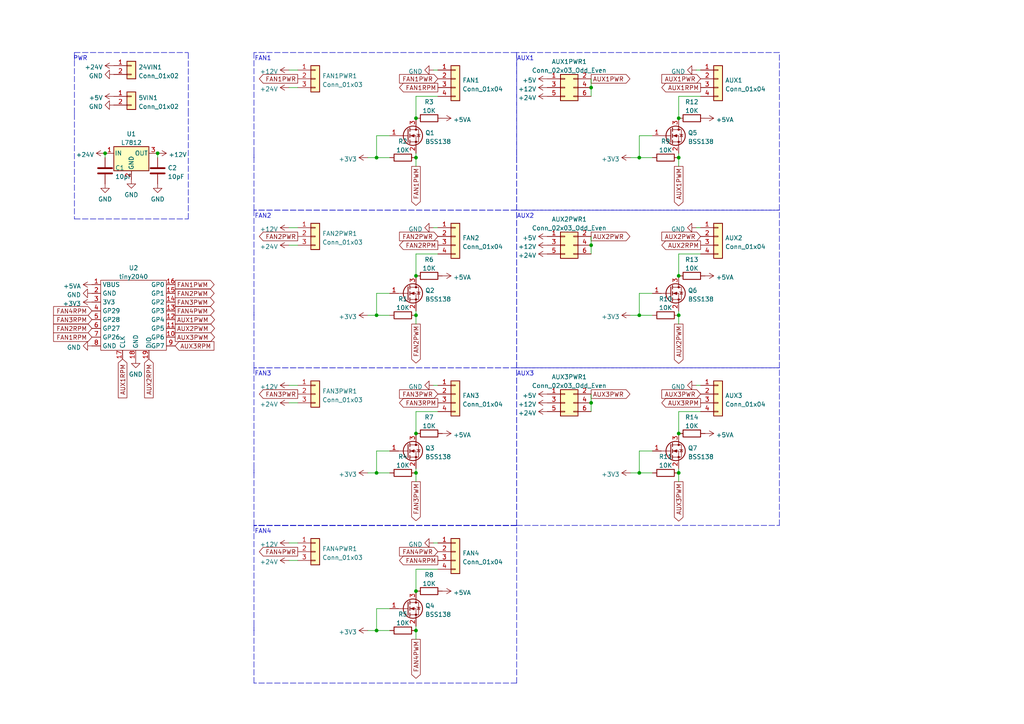
<source format=kicad_sch>
(kicad_sch (version 20211123) (generator eeschema)
  (paper "A4")
  (lib_symbols
    (symbol "Connector_Generic:Conn_01x02" (pin_names (offset 1.016) hide)
      (property "Reference" "J" (at 0 2.54 0))
      (property "Value" "Conn_01x02" (at 0 -5.08 0))
      (symbol "Conn_01x02_1_1"
        (rectangle (start -1.27 -2.413) (end 0 -2.667) (stroke (width 0.1524)))
        (rectangle (start -1.27 0.127) (end 0 -0.127) (stroke (width 0.1524)))
        (rectangle (start -1.27 1.27) (end 1.27 -3.81) (stroke (width 0.254)) (fill (type background)))
        (pin passive line (at -5.08 0 0) (length 3.81) (name "Pin_1") (number "1"))
        (pin passive line (at -5.08 -2.54 0) (length 3.81) (name "Pin_2") (number "2"))
      )
    )
    (symbol "Connector_Generic:Conn_01x03" (pin_names (offset 1.016) hide)
      (property "Reference" "J" (at 0 5.08 0))
      (property "Value" "Conn_01x03" (at 0 -5.08 0))
      (symbol "Conn_01x03_1_1"
        (rectangle (start -1.27 -2.413) (end 0 -2.667) (stroke (width 0.1524)))
        (rectangle (start -1.27 0.127) (end 0 -0.127) (stroke (width 0.1524)))
        (rectangle (start -1.27 2.667) (end 0 2.413) (stroke (width 0.1524)))
        (rectangle (start -1.27 3.81) (end 1.27 -3.81) (stroke (width 0.254)) (fill (type background)))
        (pin passive line (at -5.08 2.54 0) (length 3.81) (name "Pin_1") (number "1"))
        (pin passive line (at -5.08 0 0) (length 3.81) (name "Pin_2") (number "2"))
        (pin passive line (at -5.08 -2.54 0) (length 3.81) (name "Pin_3") (number "3"))
      )
    )
    (symbol "Connector_Generic:Conn_01x04" (pin_names (offset 1.016) hide)
      (property "Reference" "J" (at 0 5.08 0))
      (property "Value" "Conn_01x04" (at 0 -7.62 0))
      (symbol "Conn_01x04_1_1"
        (rectangle (start -1.27 -4.953) (end 0 -5.207) (stroke (width 0.1524)))
        (rectangle (start -1.27 -2.413) (end 0 -2.667) (stroke (width 0.1524)))
        (rectangle (start -1.27 0.127) (end 0 -0.127) (stroke (width 0.1524)))
        (rectangle (start -1.27 2.667) (end 0 2.413) (stroke (width 0.1524)))
        (rectangle (start -1.27 3.81) (end 1.27 -6.35) (stroke (width 0.254)) (fill (type background)))
        (pin passive line (at -5.08 2.54 0) (length 3.81) (name "Pin_1") (number "1"))
        (pin passive line (at -5.08 0 0) (length 3.81) (name "Pin_2") (number "2"))
        (pin passive line (at -5.08 -2.54 0) (length 3.81) (name "Pin_3") (number "3"))
        (pin passive line (at -5.08 -5.08 0) (length 3.81) (name "Pin_4") (number "4"))
      )
    )
    (symbol "Connector_Generic:Conn_02x03_Odd_Even" (pin_names (offset 1.016) hide)
      (property "Reference" "J" (at 1.27 5.08 0))
      (property "Value" "Conn_02x03_Odd_Even" (at 1.27 -5.08 0))
      (symbol "Conn_02x03_Odd_Even_1_1"
        (rectangle (start -1.27 -2.413) (end 0 -2.667) (stroke (width 0.1524)))
        (rectangle (start -1.27 0.127) (end 0 -0.127) (stroke (width 0.1524)))
        (rectangle (start -1.27 2.667) (end 0 2.413) (stroke (width 0.1524)))
        (rectangle (start -1.27 3.81) (end 3.81 -3.81) (stroke (width 0.254)) (fill (type background)))
        (rectangle (start 3.81 -2.413) (end 2.54 -2.667) (stroke (width 0.1524)))
        (rectangle (start 3.81 0.127) (end 2.54 -0.127) (stroke (width 0.1524)))
        (rectangle (start 3.81 2.667) (end 2.54 2.413) (stroke (width 0.1524)))
        (pin passive line (at -5.08 2.54 0) (length 3.81) (name "Pin_1") (number "1"))
        (pin passive line (at 7.62 2.54 180) (length 3.81) (name "Pin_2") (number "2"))
        (pin passive line (at -5.08 0 0) (length 3.81) (name "Pin_3") (number "3"))
        (pin passive line (at 7.62 0 180) (length 3.81) (name "Pin_4") (number "4"))
        (pin passive line (at -5.08 -2.54 0) (length 3.81) (name "Pin_5") (number "5"))
        (pin passive line (at 7.62 -2.54 180) (length 3.81) (name "Pin_6") (number "6"))
      )
    )
    (symbol "Device:C" (pin_numbers hide) (pin_names (offset 0.254))
      (property "Reference" "C" (at 0.635 2.54 0))
      (property "Value" "C" (at 0.635 -2.54 0))
      (symbol "C_0_1"
        (polyline (pts (xy -2.032 -0.762) (xy 2.032 -0.762)) (stroke (width 0.508)))
        (polyline (pts (xy -2.032 0.762) (xy 2.032 0.762)) (stroke (width 0.508)))
      )
      (symbol "C_1_1"
        (pin passive line (at 0 3.81 270) (length 2.794) (name "~") (number "1"))
        (pin passive line (at 0 -3.81 90) (length 2.794) (name "~") (number "2"))
      )
    )
    (symbol "Device:R" (pin_numbers hide) (pin_names (offset 0))
      (property "Reference" "R" (at 2.032 0 90))
      (property "Value" "R" (at 0 0 90))
      (symbol "R_0_1"
        (rectangle (start -1.016 -2.54) (end 1.016 2.54) (stroke (width 0.254)))
      )
      (symbol "R_1_1"
        (pin passive line (at 0 3.81 270) (length 1.27) (name "~") (number "1"))
        (pin passive line (at 0 -3.81 90) (length 1.27) (name "~") (number "2"))
      )
    )
    (symbol "Regulator_Linear:L7812" (pin_names (offset 0.254))
      (property "Reference" "U" (at -3.81 3.175 0))
      (property "Value" "L7812" (at 0 3.175 0))
      (symbol "L7812_0_1"
        (rectangle (start -5.08 1.905) (end 5.08 -5.08) (stroke (width 0.254)) (fill (type background)))
      )
      (symbol "L7812_1_1"
        (pin power_in line (at -7.62 0 0) (length 2.54) (name "IN") (number "1"))
        (pin power_in line (at 0 -7.62 90) (length 2.54) (name "GND") (number "2"))
        (pin power_out line (at 7.62 0 180) (length 2.54) (name "OUT") (number "3"))
      )
    )
    (symbol "Transistor_FET:BSS138" (pin_names hide)
      (property "Reference" "Q" (at 5.08 1.905 0))
      (property "Value" "BSS138" (at 5.08 0 0))
      (symbol "BSS138_0_1"
        (polyline (pts (xy 0.254 0) (xy -2.54 0)))
        (polyline (pts (xy 0.254 1.905) (xy 0.254 -1.905)) (stroke (width 0.254)))
        (polyline (pts (xy 0.762 -1.27) (xy 0.762 -2.286)) (stroke (width 0.254)))
        (polyline (pts (xy 0.762 0.508) (xy 0.762 -0.508)) (stroke (width 0.254)))
        (polyline (pts (xy 0.762 2.286) (xy 0.762 1.27)) (stroke (width 0.254)))
        (polyline (pts (xy 2.54 2.54) (xy 2.54 1.778)))
        (polyline (pts (xy 2.54 -2.54) (xy 2.54 0) (xy 0.762 0)))
        (polyline (pts (xy 0.762 -1.778) (xy 3.302 -1.778) (xy 3.302 1.778) (xy 0.762 1.778)))
        (polyline (pts (xy 1.016 0) (xy 2.032 0.381) (xy 2.032 -0.381) (xy 1.016 0)) (fill (type outline)))
        (polyline (pts (xy 2.794 0.508) (xy 2.921 0.381) (xy 3.683 0.381) (xy 3.81 0.254)))
        (polyline (pts (xy 3.302 0.381) (xy 2.921 -0.254) (xy 3.683 -0.254) (xy 3.302 0.381)))
        (circle (center 1.651 0) (radius 2.794) (stroke (width 0.254)))
        (circle (center 2.54 -1.778) (radius 0.254) (fill (type outline)))
        (circle (center 2.54 1.778) (radius 0.254) (fill (type outline)))
      )
      (symbol "BSS138_1_1"
        (pin input line (at -5.08 0 0) (length 2.54) (name "G") (number "1"))
        (pin passive line (at 2.54 -5.08 90) (length 2.54) (name "S") (number "2"))
        (pin passive line (at 2.54 5.08 270) (length 2.54) (name "D") (number "3"))
      )
    )
    (symbol "power:+12V" (power) (pin_names (offset 0))
      (property "Value" "+12V" (at 0 3.556 0))
      (symbol "+12V_0_1"
        (polyline (pts (xy -0.762 1.27) (xy 0 2.54)))
        (polyline (pts (xy 0 0) (xy 0 2.54)))
        (polyline (pts (xy 0 2.54) (xy 0.762 1.27)))
      )
      (symbol "+12V_1_1"
        (pin power_in line (at 0 0 90) (length 0) hide (name "+12V") (number "1"))
      )
    )
    (symbol "power:+24V" (power) (pin_names (offset 0))
      (property "Value" "+24V" (at 0 3.556 0))
      (symbol "+24V_0_1"
        (polyline (pts (xy -0.762 1.27) (xy 0 2.54)))
        (polyline (pts (xy 0 0) (xy 0 2.54)))
        (polyline (pts (xy 0 2.54) (xy 0.762 1.27)))
      )
      (symbol "+24V_1_1"
        (pin power_in line (at 0 0 90) (length 0) hide (name "+24V") (number "1"))
      )
    )
    (symbol "power:+3.3V" (power) (pin_names (offset 0))
      (property "Value" "+3.3V" (at 0 3.556 0))
      (symbol "+3.3V_0_1"
        (polyline (pts (xy -0.762 1.27) (xy 0 2.54)))
        (polyline (pts (xy 0 0) (xy 0 2.54)))
        (polyline (pts (xy 0 2.54) (xy 0.762 1.27)))
      )
      (symbol "+3.3V_1_1"
        (pin power_in line (at 0 0 90) (length 0) hide (name "+3V3") (number "1"))
      )
    )
    (symbol "power:+5V" (power) (pin_names (offset 0))
      (property "Value" "+5V" (at 0 3.556 0))
      (symbol "+5V_0_1"
        (polyline (pts (xy -0.762 1.27) (xy 0 2.54)))
        (polyline (pts (xy 0 0) (xy 0 2.54)))
        (polyline (pts (xy 0 2.54) (xy 0.762 1.27)))
      )
      (symbol "+5V_1_1"
        (pin power_in line (at 0 0 90) (length 0) hide (name "+5V") (number "1"))
      )
    )
    (symbol "power:+5VA" (power) (pin_names (offset 0))
      (property "Value" "+5VA" (at 0 3.556 0))
      (symbol "+5VA_0_1"
        (polyline (pts (xy -0.762 1.27) (xy 0 2.54)))
        (polyline (pts (xy 0 0) (xy 0 2.54)))
        (polyline (pts (xy 0 2.54) (xy 0.762 1.27)))
      )
      (symbol "+5VA_1_1"
        (pin power_in line (at 0 0 90) (length 0) hide (name "+5VA") (number "1"))
      )
    )
    (symbol "power:GND" (power) (pin_names (offset 0))
      (property "Value" "GND" (at 0 -3.81 0))
      (symbol "GND_0_1"
        (polyline (pts (xy 0 0) (xy 0 -1.27) (xy 1.27 -1.27) (xy 0 -2.54) (xy -1.27 -1.27) (xy 0 -1.27)))
      )
      (symbol "GND_1_1"
        (pin power_in line (at 0 0 270) (length 0) hide (name "GND") (number "1"))
      )
    )
    (symbol "tiny2040:tiny2040"
      (property "Reference" "U" (at 0 15.24 0))
      (property "Value" "tiny2040" (at 0 12.7 0))
      (symbol "tiny2040_0_1"
        (rectangle (start -10.16 10.16) (end 8.89 -10.16))
      )
      (symbol "tiny2040_1_1"
        (pin power_out line (at -12.7 8.89 0) (length 2.54) (name "VBUS") (number "1"))
        (pin input line (at 11.43 -6.35 180) (length 2.54) (name "GP6") (number "10"))
        (pin input line (at 11.43 -3.81 180) (length 2.54) (name "GP5") (number "11"))
        (pin input line (at 11.43 -1.27 180) (length 2.54) (name "GP4") (number "12"))
        (pin input line (at 11.43 1.27 180) (length 2.54) (name "GP3") (number "13"))
        (pin input line (at 11.43 3.81 180) (length 2.54) (name "GP2") (number "14"))
        (pin input line (at 11.43 6.35 180) (length 2.54) (name "GP1") (number "15"))
        (pin input line (at 11.43 8.89 180) (length 2.54) (name "GP0") (number "16"))
        (pin input line (at -3.81 -12.7 90) (length 2.54) (name "CLK") (number "17"))
        (pin input line (at 0 -12.7 90) (length 2.54) (name "GND") (number "18"))
        (pin input line (at 3.81 -12.7 90) (length 2.54) (name "DIO") (number "19"))
        (pin input line (at -12.7 6.35 0) (length 2.54) (name "GND") (number "2"))
        (pin power_out line (at -12.7 3.81 0) (length 2.54) (name "3V3") (number "3"))
        (pin input line (at -12.7 1.27 0) (length 2.54) (name "GP29") (number "4"))
        (pin input line (at -12.7 -1.27 0) (length 2.54) (name "GP28") (number "5"))
        (pin input line (at -12.7 -3.81 0) (length 2.54) (name "GP27") (number "6"))
        (pin input line (at -12.7 -6.35 0) (length 2.54) (name "GP26") (number "7"))
        (pin input line (at -12.7 -8.89 0) (length 2.54) (name "GND") (number "8"))
        (pin input line (at 11.43 -8.89 180) (length 2.54) (name "GP7") (number "9"))
      )
    )
  )
  (junction (at 109.22 182.88))
  (junction (at 171.45 116.84))
  (junction (at 120.65 171.45))
  (junction (at 185.42 45.72))
  (junction (at 120.65 137.16))
  (junction (at 120.65 125.73))
  (junction (at 196.85 80.01))
  (junction (at 185.42 137.16))
  (junction (at 196.85 91.44))
  (junction (at 171.45 71.12))
  (junction (at 120.65 91.44))
  (junction (at 196.85 125.73))
  (junction (at 196.85 45.72))
  (junction (at 109.22 45.72))
  (junction (at 196.85 34.29))
  (junction (at 109.22 91.44))
  (junction (at 120.65 182.88))
  (junction (at 120.65 34.29))
  (junction (at 109.22 137.16))
  (junction (at 120.65 80.01))
  (junction (at 45.72 44.45))
  (junction (at 30.48 44.45))
  (junction (at 185.42 91.44))
  (junction (at 120.65 45.72))
  (junction (at 171.45 25.4))
  (junction (at 196.85 137.16))
  (wire (pts (xy 120.65 182.88) (xy 120.65 181.61)))
  (wire (pts (xy 127 157.48) (xy 125.73 157.48)))
  (wire (pts (xy 127 119.38) (xy 120.65 119.38)))
  (polyline (pts (xy 149.86 15.24) (xy 73.66 15.24)))
  (wire (pts (xy 113.03 176.53) (xy 109.22 176.53)))
  (wire (pts (xy 120.65 45.72) (xy 120.65 44.45)))
  (wire (pts (xy 113.03 39.37) (xy 109.22 39.37)))
  (wire (pts (xy 203.2 27.94) (xy 196.85 27.94)))
  (wire (pts (xy 189.23 39.37) (xy 185.42 39.37)))
  (polyline (pts (xy 149.86 106.68) (xy 73.66 106.68)))
  (wire (pts (xy 120.65 139.7) (xy 120.65 137.16)))
  (wire (pts (xy 171.45 68.58) (xy 171.45 71.12)))
  (wire (pts (xy 86.36 111.76) (xy 83.82 111.76)))
  (wire (pts (xy 113.03 130.81) (xy 109.22 130.81)))
  (wire (pts (xy 203.2 111.76) (xy 201.93 111.76)))
  (wire (pts (xy 109.22 182.88) (xy 113.03 182.88)))
  (polyline (pts (xy 149.86 152.4) (xy 73.66 152.4)))
  (wire (pts (xy 127 66.04) (xy 125.73 66.04)))
  (wire (pts (xy 106.68 45.72) (xy 109.22 45.72)))
  (polyline (pts (xy 149.86 60.96) (xy 226.06 60.96)))
  (polyline (pts (xy 73.66 60.96) (xy 73.66 91.44)))
  (polyline (pts (xy 149.86 60.96) (xy 149.86 15.24)))
  (wire (pts (xy 86.36 116.84) (xy 83.82 116.84)))
  (wire (pts (xy 185.42 85.09) (xy 185.42 91.44)))
  (wire (pts (xy 120.65 48.26) (xy 120.65 45.72)))
  (wire (pts (xy 120.65 137.16) (xy 120.65 135.89)))
  (wire (pts (xy 189.23 85.09) (xy 185.42 85.09)))
  (polyline (pts (xy 54.61 63.5) (xy 54.61 33.02)))
  (polyline (pts (xy 226.06 60.96) (xy 226.06 15.24)))
  (polyline (pts (xy 73.66 106.68) (xy 73.66 137.16)))
  (wire (pts (xy 86.36 71.12) (xy 83.82 71.12)))
  (wire (pts (xy 86.36 66.04) (xy 83.82 66.04)))
  (wire (pts (xy 30.48 44.45) (xy 30.48 45.72)))
  (wire (pts (xy 171.45 116.84) (xy 171.45 119.38)))
  (wire (pts (xy 45.72 45.72) (xy 45.72 44.45)))
  (polyline (pts (xy 149.86 60.96) (xy 73.66 60.96)))
  (polyline (pts (xy 73.66 60.96) (xy 73.66 44.45)))
  (wire (pts (xy 109.22 45.72) (xy 113.03 45.72)))
  (wire (pts (xy 86.36 25.4) (xy 83.82 25.4)))
  (wire (pts (xy 109.22 130.81) (xy 109.22 137.16)))
  (wire (pts (xy 106.68 137.16) (xy 109.22 137.16)))
  (polyline (pts (xy 149.86 152.4) (xy 226.06 152.4)))
  (wire (pts (xy 189.23 130.81) (xy 185.42 130.81)))
  (wire (pts (xy 86.36 20.32) (xy 83.82 20.32)))
  (wire (pts (xy 120.65 91.44) (xy 120.65 90.17)))
  (polyline (pts (xy 21.59 63.5) (xy 54.61 63.5)))
  (polyline (pts (xy 149.86 60.96) (xy 73.66 60.96)))
  (polyline (pts (xy 149.86 106.68) (xy 149.86 60.96)))
  (polyline (pts (xy 149.86 152.4) (xy 149.86 106.68)))
  (wire (pts (xy 171.45 71.12) (xy 171.45 73.66)))
  (polyline (pts (xy 73.66 152.4) (xy 73.66 182.88)))
  (wire (pts (xy 86.36 162.56) (xy 83.82 162.56)))
  (wire (pts (xy 196.85 73.66) (xy 196.85 80.01)))
  (polyline (pts (xy 149.86 152.4) (xy 73.66 152.4)))
  (wire (pts (xy 182.88 91.44) (xy 185.42 91.44)))
  (wire (pts (xy 109.22 39.37) (xy 109.22 45.72)))
  (wire (pts (xy 127 111.76) (xy 125.73 111.76)))
  (polyline (pts (xy 73.66 198.12) (xy 73.66 181.61)))
  (wire (pts (xy 203.2 20.32) (xy 201.93 20.32)))
  (polyline (pts (xy 73.66 15.24) (xy 73.66 45.72)))
  (polyline (pts (xy 149.86 152.4) (xy 149.86 106.68)))
  (wire (pts (xy 203.2 119.38) (xy 196.85 119.38)))
  (wire (pts (xy 127 20.32) (xy 125.73 20.32)))
  (polyline (pts (xy 226.06 15.24) (xy 149.86 15.24)))
  (polyline (pts (xy 21.59 15.24) (xy 21.59 33.02)))
  (wire (pts (xy 185.42 39.37) (xy 185.42 45.72)))
  (polyline (pts (xy 149.86 15.24) (xy 149.86 45.72)))
  (wire (pts (xy 120.65 73.66) (xy 120.65 80.01)))
  (wire (pts (xy 203.2 66.04) (xy 201.93 66.04)))
  (wire (pts (xy 120.65 119.38) (xy 120.65 125.73)))
  (wire (pts (xy 203.2 73.66) (xy 196.85 73.66)))
  (wire (pts (xy 109.22 91.44) (xy 113.03 91.44)))
  (polyline (pts (xy 226.06 106.68) (xy 149.86 106.68)))
  (wire (pts (xy 196.85 137.16) (xy 196.85 135.89)))
  (wire (pts (xy 196.85 119.38) (xy 196.85 125.73)))
  (wire (pts (xy 106.68 182.88) (xy 109.22 182.88)))
  (wire (pts (xy 127 27.94) (xy 120.65 27.94)))
  (wire (pts (xy 171.45 114.3) (xy 171.45 116.84)))
  (wire (pts (xy 185.42 45.72) (xy 189.23 45.72)))
  (wire (pts (xy 120.65 185.42) (xy 120.65 182.88)))
  (wire (pts (xy 171.45 22.86) (xy 171.45 25.4)))
  (wire (pts (xy 109.22 85.09) (xy 109.22 91.44)))
  (wire (pts (xy 196.85 91.44) (xy 196.85 90.17)))
  (wire (pts (xy 196.85 45.72) (xy 196.85 44.45)))
  (wire (pts (xy 196.85 27.94) (xy 196.85 34.29)))
  (polyline (pts (xy 226.06 106.68) (xy 226.06 60.96)))
  (wire (pts (xy 196.85 48.26) (xy 196.85 45.72)))
  (polyline (pts (xy 54.61 33.02) (xy 54.61 15.24)))
  (polyline (pts (xy 21.59 33.02) (xy 21.59 63.5)))
  (wire (pts (xy 120.65 165.1) (xy 120.65 171.45)))
  (wire (pts (xy 196.85 139.7) (xy 196.85 137.16)))
  (wire (pts (xy 109.22 137.16) (xy 113.03 137.16)))
  (wire (pts (xy 182.88 45.72) (xy 185.42 45.72)))
  (polyline (pts (xy 149.86 152.4) (xy 73.66 152.4)))
  (polyline (pts (xy 149.86 198.12) (xy 149.86 152.4)))
  (wire (pts (xy 127 73.66) (xy 120.65 73.66)))
  (polyline (pts (xy 149.86 106.68) (xy 73.66 106.68)))
  (polyline (pts (xy 21.59 15.24) (xy 54.61 15.24)))
  (wire (pts (xy 185.42 137.16) (xy 189.23 137.16)))
  (wire (pts (xy 86.36 157.48) (xy 83.82 157.48)))
  (polyline (pts (xy 149.86 198.12) (xy 73.66 198.12)))
  (wire (pts (xy 113.03 85.09) (xy 109.22 85.09)))
  (wire (pts (xy 171.45 25.4) (xy 171.45 27.94)))
  (polyline (pts (xy 149.86 106.68) (xy 226.06 106.68)))
  (polyline (pts (xy 149.86 106.68) (xy 149.86 60.96)))
  (polyline (pts (xy 149.86 60.96) (xy 149.86 44.45)))
  (wire (pts (xy 120.65 93.98) (xy 120.65 91.44)))
  (wire (pts (xy 109.22 176.53) (xy 109.22 182.88)))
  (polyline (pts (xy 73.66 106.68) (xy 73.66 90.17)))
  (polyline (pts (xy 226.06 60.96) (xy 149.86 60.96)))
  (wire (pts (xy 106.68 91.44) (xy 109.22 91.44)))
  (wire (pts (xy 185.42 130.81) (xy 185.42 137.16)))
  (wire (pts (xy 120.65 27.94) (xy 120.65 34.29)))
  (wire (pts (xy 127 165.1) (xy 120.65 165.1)))
  (wire (pts (xy 185.42 91.44) (xy 189.23 91.44)))
  (wire (pts (xy 196.85 93.98) (xy 196.85 91.44)))
  (polyline (pts (xy 226.06 152.4) (xy 226.06 106.68)))
  (wire (pts (xy 182.88 137.16) (xy 185.42 137.16)))
  (polyline (pts (xy 73.66 152.4) (xy 73.66 135.89)))
  (text "AUX3" (at 154.94 109.22 180) (effects (font (size 1.27 1.27)) (justify right bottom)))
  (text "FAN1" (at 78.74 17.78 180) (effects (font (size 1.27 1.27)) (justify right bottom)))
  (text "AUX1" (at 154.94 17.78 180) (effects (font (size 1.27 1.27)) (justify right bottom)))
  (text "AUX2" (at 154.94 63.5 180) (effects (font (size 1.27 1.27)) (justify right bottom)))
  (text "FAN4" (at 78.74 154.94 180) (effects (font (size 1.27 1.27)) (justify right bottom)))
  (text "FAN3" (at 78.74 109.22 180) (effects (font (size 1.27 1.27)) (justify right bottom)))
  (text "FAN2" (at 78.74 63.5 180) (effects (font (size 1.27 1.27)) (justify right bottom)))
  (text "PWR" (at 25.4 17.78 180) (effects (font (size 1.27 1.27)) (justify right bottom)))
  (global_label "FAN3PWM" (shape output) (at 120.65 139.7 270) (property "Intersheet References" "${INTERSHEET_REFS}" (effects hide)))
  (global_label "FAN2RPM" (shape output) (at 127 71.12 180) (property "Intersheet References" "${INTERSHEET_REFS}" (effects hide)))
  (global_label "FAN4RPM" (shape input) (at 26.67 90.17 180) (property "Intersheet References" "${INTERSHEET_REFS}" (effects hide)))
  (global_label "AUX1PWR" (shape output) (at 171.45 22.86 0) (property "Intersheet References" "${INTERSHEET_REFS}" (effects hide)))
  (global_label "FAN4PWR" (shape output) (at 86.36 160.02 180) (property "Intersheet References" "${INTERSHEET_REFS}" (effects hide)))
  (global_label "AUX2PWM" (shape output) (at 196.85 93.98 270) (property "Intersheet References" "${INTERSHEET_REFS}" (effects hide)))
  (global_label "FAN3PWM" (shape output) (at 50.8 87.63 0) (property "Intersheet References" "${INTERSHEET_REFS}" (effects hide)))
  (global_label "FAN4RPM" (shape output) (at 127 162.56 180) (property "Intersheet References" "${INTERSHEET_REFS}" (effects hide)))
  (global_label "FAN3PWR" (shape output) (at 86.36 114.3 180) (property "Intersheet References" "${INTERSHEET_REFS}" (effects hide)))
  (global_label "FAN4PWM" (shape output) (at 50.8 90.17 0) (property "Intersheet References" "${INTERSHEET_REFS}" (effects hide)))
  (global_label "AUX3PWR" (shape output) (at 171.45 114.3 0) (property "Intersheet References" "${INTERSHEET_REFS}" (effects hide)))
  (global_label "FAN2PWM" (shape output) (at 120.65 93.98 270) (property "Intersheet References" "${INTERSHEET_REFS}" (effects hide)))
  (global_label "AUX1PWM" (shape output) (at 196.85 48.26 270) (property "Intersheet References" "${INTERSHEET_REFS}" (effects hide)))
  (global_label "AUX2PWR" (shape input) (at 203.2 68.58 180) (property "Intersheet References" "${INTERSHEET_REFS}" (effects hide)))
  (global_label "AUX2RPM" (shape output) (at 203.2 71.12 180) (property "Intersheet References" "${INTERSHEET_REFS}" (effects hide)))
  (global_label "AUX3RPM" (shape input) (at 50.8 100.33 0) (property "Intersheet References" "${INTERSHEET_REFS}" (effects hide)))
  (global_label "AUX1RPM" (shape input) (at 35.56 104.14 270) (property "Intersheet References" "${INTERSHEET_REFS}" (effects hide)))
  (global_label "FAN2PWM" (shape output) (at 50.8 85.09 0) (property "Intersheet References" "${INTERSHEET_REFS}" (effects hide)))
  (global_label "FAN2PWR" (shape output) (at 86.36 68.58 180) (property "Intersheet References" "${INTERSHEET_REFS}" (effects hide)))
  (global_label "AUX3PWR" (shape input) (at 203.2 114.3 180) (property "Intersheet References" "${INTERSHEET_REFS}" (effects hide)))
  (global_label "AUX1PWM" (shape output) (at 50.8 92.71 0) (property "Intersheet References" "${INTERSHEET_REFS}" (effects hide)))
  (global_label "FAN3PWR" (shape input) (at 127 114.3 180) (property "Intersheet References" "${INTERSHEET_REFS}" (effects hide)))
  (global_label "FAN1PWM" (shape output) (at 120.65 48.26 270) (property "Intersheet References" "${INTERSHEET_REFS}" (effects hide)))
  (global_label "AUX3PWM" (shape output) (at 196.85 139.7 270) (property "Intersheet References" "${INTERSHEET_REFS}" (effects hide)))
  (global_label "AUX3RPM" (shape output) (at 203.2 116.84 180) (property "Intersheet References" "${INTERSHEET_REFS}" (effects hide)))
  (global_label "FAN1PWR" (shape input) (at 127 22.86 180) (property "Intersheet References" "${INTERSHEET_REFS}" (effects hide)))
  (global_label "AUX2RPM" (shape input) (at 43.18 104.14 270) (property "Intersheet References" "${INTERSHEET_REFS}" (effects hide)))
  (global_label "AUX1PWR" (shape input) (at 203.2 22.86 180) (property "Intersheet References" "${INTERSHEET_REFS}" (effects hide)))
  (global_label "FAN2PWR" (shape input) (at 127 68.58 180) (property "Intersheet References" "${INTERSHEET_REFS}" (effects hide)))
  (global_label "FAN2RPM" (shape input) (at 26.67 95.25 180) (property "Intersheet References" "${INTERSHEET_REFS}" (effects hide)))
  (global_label "FAN4PWR" (shape input) (at 127 160.02 180) (property "Intersheet References" "${INTERSHEET_REFS}" (effects hide)))
  (global_label "FAN1PWM" (shape output) (at 50.8 82.55 0) (property "Intersheet References" "${INTERSHEET_REFS}" (effects hide)))
  (global_label "FAN4PWM" (shape output) (at 120.65 185.42 270) (property "Intersheet References" "${INTERSHEET_REFS}" (effects hide)))
  (global_label "AUX2PWR" (shape output) (at 171.45 68.58 0) (property "Intersheet References" "${INTERSHEET_REFS}" (effects hide)))
  (global_label "FAN3RPM" (shape output) (at 127 116.84 180) (property "Intersheet References" "${INTERSHEET_REFS}" (effects hide)))
  (global_label "FAN1RPM" (shape output) (at 127 25.4 180) (property "Intersheet References" "${INTERSHEET_REFS}" (effects hide)))
  (global_label "FAN1PWR" (shape output) (at 86.36 22.86 180) (property "Intersheet References" "${INTERSHEET_REFS}" (effects hide)))
  (global_label "AUX2PWM" (shape output) (at 50.8 95.25 0) (property "Intersheet References" "${INTERSHEET_REFS}" (effects hide)))
  (global_label "FAN3RPM" (shape input) (at 26.67 92.71 180) (property "Intersheet References" "${INTERSHEET_REFS}" (effects hide)))
  (global_label "AUX1RPM" (shape output) (at 203.2 25.4 180) (property "Intersheet References" "${INTERSHEET_REFS}" (effects hide)))
  (global_label "FAN1RPM" (shape input) (at 26.67 97.79 180) (property "Intersheet References" "${INTERSHEET_REFS}" (effects hide)))
  (global_label "AUX3PWM" (shape output) (at 50.8 97.79 0) (property "Intersheet References" "${INTERSHEET_REFS}" (effects hide)))
  (symbol (lib_id "Device:R") (at 193.04 45.72 270) (unit 1)
    (property "Reference" "R9" (at 193.04 41.0042 90))
    (property "Value" "10K" (at 193.04 43.5411 90))
    (property "Footprint" "Resistor_SMD:R_1206_3216Metric" (effects hide))
    (property "LCSC" "C144471" (effects hide))
  )
  (symbol (lib_id "Device:R") (at 124.46 125.73 270) (unit 1)
    (property "Reference" "R7" (at 124.46 121.0142 90))
    (property "Value" "10K" (at 124.46 123.5511 90))
    (property "Footprint" "Resistor_SMD:R_1206_3216Metric" (effects hide))
    (property "LCSC" "C144471" (effects hide))
  )
  (symbol (lib_id "Connector_Generic:Conn_02x03_Odd_Even") (at 163.83 71.12 0) (unit 1)
    (property "Reference" "AUX2PWR1" (at 165.1 63.6102 0))
    (property "Value" "Conn_02x03_Odd_Even" (at 165.1 66.1471 0))
    (property "Footprint" "Connector_PinHeader_2.54mm:PinHeader_2x03_P2.54mm_Vertical" (effects hide))
    (property "LCSC" "C492420" (effects hide))
  )
  (symbol (lib_id "Connector_Generic:Conn_01x04") (at 208.28 114.3 0) (unit 1)
    (property "Reference" "AUX3" (at 210.312 114.7353 0) (effects (justify left)))
    (property "Value" "Conn_01x04" (at 210.312 117.2722 0) (effects (justify left)))
    (property "Footprint" "Connector_JST:JST_XH_B4B-XH-AM_1x04_P2.50mm_Vertical" (effects hide))
    (property "LCSC" "C161871" (effects hide))
  )
  (symbol (lib_id "Transistor_FET:BSS138") (at 194.31 85.09 0) (unit 1)
    (property "Reference" "Q6" (at 199.517 84.2553 0) (effects (justify left)))
    (property "Value" "BSS138" (at 199.517 86.7922 0) (effects (justify left)))
    (property "Footprint" "Package_TO_SOT_SMD:SOT-23" (effects hide))
    (property "Datasheet" "https://www.onsemi.com/pub/Collateral/BSS138-D.PDF" (effects hide))
    (property "LCSC" "C52895" (effects hide))
  )
  (symbol (lib_id "power:GND") (at 33.02 21.59 270) (unit 1)
    (property "Reference" "#PWR0102" (effects hide))
    (property "Value" "GND" (at 29.8451 22.0238 90) (effects (justify right)))
  )
  (symbol (lib_id "Connector_Generic:Conn_01x03") (at 91.44 68.58 0) (unit 1)
    (property "Reference" "FAN2PWR1" (at 93.472 67.7453 0) (effects (justify left)))
    (property "Value" "Conn_01x03" (at 93.472 70.2822 0) (effects (justify left)))
    (property "Footprint" "Connector_PinHeader_2.54mm:PinHeader_1x03_P2.54mm_Vertical" (effects hide))
    (property "LCSC" "C2937625" (effects hide))
  )
  (symbol (lib_id "Device:R") (at 193.04 137.16 270) (unit 1)
    (property "Reference" "R11" (at 193.04 132.4442 90))
    (property "Value" "10K" (at 193.04 134.9811 90))
    (property "Footprint" "Resistor_SMD:R_1206_3216Metric" (effects hide))
    (property "LCSC" "C144471" (effects hide))
  )
  (symbol (lib_id "power:+12V") (at 83.82 111.76 90) (unit 1)
    (property "Reference" "#PWR0130" (effects hide))
    (property "Value" "+12V" (at 80.645 112.1938 90) (effects (justify left)))
  )
  (symbol (lib_id "power:+3.3V") (at 26.67 87.63 90) (unit 1)
    (property "Reference" "#PWR0111" (effects hide))
    (property "Value" "+3.3V" (at 23.495 88.0638 90) (effects (justify left)))
  )
  (symbol (lib_id "Connector_Generic:Conn_01x03") (at 91.44 160.02 0) (unit 1)
    (property "Reference" "FAN4PWR1" (at 93.472 159.1853 0) (effects (justify left)))
    (property "Value" "Conn_01x03" (at 93.472 161.7222 0) (effects (justify left)))
    (property "Footprint" "Connector_PinHeader_2.54mm:PinHeader_1x03_P2.54mm_Vertical" (effects hide))
    (property "LCSC" "C2937625" (effects hide))
  )
  (symbol (lib_id "power:+24V") (at 158.75 119.38 90) (unit 1)
    (property "Reference" "#PWR0145" (effects hide))
    (property "Value" "+24V" (at 155.575 119.8138 90) (effects (justify left)))
  )
  (symbol (lib_id "power:+12V") (at 158.75 116.84 90) (unit 1)
    (property "Reference" "#PWR0146" (effects hide))
    (property "Value" "+12V" (at 155.575 117.2738 90) (effects (justify left)))
  )
  (symbol (lib_id "power:+24V") (at 158.75 27.94 90) (unit 1)
    (property "Reference" "#PWR0127" (effects hide))
    (property "Value" "+24V" (at 155.575 28.3738 90) (effects (justify left)))
  )
  (symbol (lib_id "power:+3.3V") (at 106.68 91.44 90) (unit 1)
    (property "Reference" "#PWR0125" (effects hide))
    (property "Value" "+3.3V" (at 103.505 91.8738 90) (effects (justify left)))
  )
  (symbol (lib_id "Device:R") (at 200.66 125.73 270) (unit 1)
    (property "Reference" "R14" (at 200.66 121.0142 90))
    (property "Value" "10K" (at 200.66 123.5511 90))
    (property "Footprint" "Resistor_SMD:R_1206_3216Metric" (effects hide))
    (property "LCSC" "C144471" (effects hide))
  )
  (symbol (lib_id "power:+12V") (at 83.82 157.48 90) (unit 1)
    (property "Reference" "#PWR0121" (effects hide))
    (property "Value" "+12V" (at 80.645 157.9138 90) (effects (justify left)))
  )
  (symbol (lib_id "Connector_Generic:Conn_01x04") (at 208.28 22.86 0) (unit 1)
    (property "Reference" "AUX1" (at 210.312 23.2953 0) (effects (justify left)))
    (property "Value" "Conn_01x04" (at 210.312 25.8322 0) (effects (justify left)))
    (property "Footprint" "Connector_JST:JST_XH_B4B-XH-AM_1x04_P2.50mm_Vertical" (effects hide))
    (property "LCSC" "C161871" (effects hide))
  )
  (symbol (lib_id "Transistor_FET:BSS138") (at 194.31 130.81 0) (unit 1)
    (property "Reference" "Q7" (at 199.517 129.9753 0) (effects (justify left)))
    (property "Value" "BSS138" (at 199.517 132.5122 0) (effects (justify left)))
    (property "Footprint" "Package_TO_SOT_SMD:SOT-23" (effects hide))
    (property "Datasheet" "https://www.onsemi.com/pub/Collateral/BSS138-D.PDF" (effects hide))
    (property "LCSC" "C52895" (effects hide))
  )
  (symbol (lib_id "Transistor_FET:BSS138") (at 194.31 39.37 0) (unit 1)
    (property "Reference" "Q5" (at 199.517 38.5353 0) (effects (justify left)))
    (property "Value" "BSS138" (at 199.517 41.0722 0) (effects (justify left)))
    (property "Footprint" "Package_TO_SOT_SMD:SOT-23" (effects hide))
    (property "Datasheet" "https://www.onsemi.com/pub/Collateral/BSS138-D.PDF" (effects hide))
    (property "LCSC" "C52895" (effects hide))
  )
  (symbol (lib_id "power:+12V") (at 158.75 71.12 90) (unit 1)
    (property "Reference" "#PWR0133" (effects hide))
    (property "Value" "+12V" (at 155.575 71.5538 90) (effects (justify left)))
  )
  (symbol (lib_id "Device:R") (at 116.84 182.88 270) (unit 1)
    (property "Reference" "R5" (at 116.84 178.1642 90))
    (property "Value" "10K" (at 116.84 180.7011 90))
    (property "Footprint" "Resistor_SMD:R_1206_3216Metric" (effects hide))
    (property "LCSC" "C144471" (effects hide))
  )
  (symbol (lib_id "power:+5VA") (at 128.27 125.73 270) (unit 1)
    (property "Reference" "#PWR0148" (effects hide))
    (property "Value" "+5VA" (at 131.445 126.1638 90) (effects (justify left)))
  )
  (symbol (lib_id "power:+5VA") (at 128.27 34.29 270) (unit 1)
    (property "Reference" "#PWR0118" (effects hide))
    (property "Value" "+5VA" (at 131.445 34.7238 90) (effects (justify left)))
  )
  (symbol (lib_id "power:+5VA") (at 128.27 171.45 270) (unit 1)
    (property "Reference" "#PWR0152" (effects hide))
    (property "Value" "+5VA" (at 131.445 171.8838 90) (effects (justify left)))
  )
  (symbol (lib_id "power:GND") (at 125.73 111.76 270) (unit 1)
    (property "Reference" "#PWR0126" (effects hide))
    (property "Value" "GND" (at 122.5551 112.1938 90) (effects (justify right)))
  )
  (symbol (lib_id "Device:R") (at 116.84 91.44 270) (unit 1)
    (property "Reference" "R1" (at 116.84 86.7242 90))
    (property "Value" "10K" (at 116.84 89.2611 90))
    (property "Footprint" "Resistor_SMD:R_1206_3216Metric" (effects hide))
    (property "LCSC" "C144471" (effects hide))
  )
  (symbol (lib_id "Connector_Generic:Conn_01x03") (at 91.44 114.3 0) (unit 1)
    (property "Reference" "FAN3PWR1" (at 93.472 113.4653 0) (effects (justify left)))
    (property "Value" "Conn_01x03" (at 93.472 116.0022 0) (effects (justify left)))
    (property "Footprint" "Connector_PinHeader_2.54mm:PinHeader_1x03_P2.54mm_Vertical" (effects hide))
    (property "LCSC" "C2937625" (effects hide))
  )
  (symbol (lib_id "power:+12V") (at 83.82 20.32 90) (unit 1)
    (property "Reference" "#PWR0114" (effects hide))
    (property "Value" "+12V" (at 80.645 20.7538 90) (effects (justify left)))
  )
  (symbol (lib_id "Device:R") (at 124.46 80.01 270) (unit 1)
    (property "Reference" "R6" (at 124.46 75.2942 90))
    (property "Value" "10K" (at 124.46 77.8311 90))
    (property "Footprint" "Resistor_SMD:R_1206_3216Metric" (effects hide))
    (property "LCSC" "C144471" (effects hide))
  )
  (symbol (lib_id "power:+24V") (at 83.82 162.56 90) (unit 1)
    (property "Reference" "#PWR0120" (effects hide))
    (property "Value" "+24V" (at 80.645 162.9938 90) (effects (justify left)))
  )
  (symbol (lib_id "power:+24V") (at 158.75 73.66 90) (unit 1)
    (property "Reference" "#PWR0137" (effects hide))
    (property "Value" "+24V" (at 155.575 74.0938 90) (effects (justify left)))
  )
  (symbol (lib_id "power:+24V") (at 83.82 71.12 90) (unit 1)
    (property "Reference" "#PWR0122" (effects hide))
    (property "Value" "+24V" (at 80.645 71.5538 90) (effects (justify left)))
  )
  (symbol (lib_id "power:+5V") (at 158.75 22.86 90) (unit 1)
    (property "Reference" "#PWR0135" (effects hide))
    (property "Value" "+5V" (at 155.5751 23.2938 90) (effects (justify left)))
  )
  (symbol (lib_id "power:+5VA") (at 204.47 34.29 270) (unit 1)
    (property "Reference" "#PWR0139" (effects hide))
    (property "Value" "+5VA" (at 207.645 34.7238 90) (effects (justify left)))
  )
  (symbol (lib_id "Device:R") (at 200.66 80.01 270) (unit 1)
    (property "Reference" "R13" (at 200.66 75.2942 90))
    (property "Value" "10K" (at 200.66 77.8311 90))
    (property "Footprint" "Resistor_SMD:R_1206_3216Metric" (effects hide))
    (property "LCSC" "C144471" (effects hide))
  )
  (symbol (lib_id "Connector_Generic:Conn_02x03_Odd_Even") (at 163.83 25.4 0) (unit 1)
    (property "Reference" "AUX1PWR1" (at 165.1 17.8902 0))
    (property "Value" "Conn_02x03_Odd_Even" (at 165.1 20.4271 0))
    (property "Footprint" "Connector_PinHeader_2.54mm:PinHeader_2x03_P2.54mm_Vertical" (effects hide))
    (property "LCSC" "C492420" (effects hide))
  )
  (symbol (lib_id "power:+24V") (at 83.82 116.84 90) (unit 1)
    (property "Reference" "#PWR0129" (effects hide))
    (property "Value" "+24V" (at 80.645 117.2738 90) (effects (justify left)))
  )
  (symbol (lib_id "power:+5VA") (at 204.47 125.73 270) (unit 1)
    (property "Reference" "#PWR0143" (effects hide))
    (property "Value" "+5VA" (at 207.645 126.1638 90) (effects (justify left)))
  )
  (symbol (lib_id "power:GND") (at 45.72 53.34 0) (unit 1)
    (property "Reference" "#PWR0108" (effects hide))
    (property "Value" "GND" (at 45.72 57.7834 0))
  )
  (symbol (lib_id "power:+12V") (at 83.82 66.04 90) (unit 1)
    (property "Reference" "#PWR0123" (effects hide))
    (property "Value" "+12V" (at 80.645 66.4738 90) (effects (justify left)))
  )
  (symbol (lib_id "Device:R") (at 124.46 171.45 270) (unit 1)
    (property "Reference" "R8" (at 124.46 166.7342 90))
    (property "Value" "10K" (at 124.46 169.2711 90))
    (property "Footprint" "Resistor_SMD:R_1206_3216Metric" (effects hide))
    (property "LCSC" "C144471" (effects hide))
  )
  (symbol (lib_id "power:+5V") (at 158.75 114.3 90) (unit 1)
    (property "Reference" "#PWR0147" (effects hide))
    (property "Value" "+5V" (at 155.5751 114.7338 90) (effects (justify left)))
  )
  (symbol (lib_id "Transistor_FET:BSS138") (at 118.11 176.53 0) (unit 1)
    (property "Reference" "Q4" (at 123.317 175.6953 0) (effects (justify left)))
    (property "Value" "BSS138" (at 123.317 178.2322 0) (effects (justify left)))
    (property "Footprint" "Package_TO_SOT_SMD:SOT-23" (effects hide))
    (property "Datasheet" "https://www.onsemi.com/pub/Collateral/BSS138-D.PDF" (effects hide))
    (property "LCSC" "C52895" (effects hide))
  )
  (symbol (lib_id "power:+5V") (at 158.75 68.58 90) (unit 1)
    (property "Reference" "#PWR0134" (effects hide))
    (property "Value" "+5V" (at 155.5751 69.0138 90) (effects (justify left)))
  )
  (symbol (lib_id "power:+3.3V") (at 182.88 45.72 90) (unit 1)
    (property "Reference" "#PWR0131" (effects hide))
    (property "Value" "+3.3V" (at 179.705 46.1538 90) (effects (justify left)))
  )
  (symbol (lib_id "power:+24V") (at 30.48 44.45 90) (unit 1)
    (property "Reference" "#PWR0104" (effects hide))
    (property "Value" "+24V" (at 27.305 44.8838 90) (effects (justify left)))
  )
  (symbol (lib_id "Device:R") (at 124.46 34.29 270) (unit 1)
    (property "Reference" "R3" (at 124.46 29.5742 90))
    (property "Value" "10K" (at 124.46 32.1111 90))
    (property "Footprint" "Resistor_SMD:R_1206_3216Metric" (effects hide))
    (property "LCSC" "C144471" (effects hide))
  )
  (symbol (lib_id "Transistor_FET:BSS138") (at 118.11 130.81 0) (unit 1)
    (property "Reference" "Q3" (at 123.317 129.9753 0) (effects (justify left)))
    (property "Value" "BSS138" (at 123.317 132.5122 0) (effects (justify left)))
    (property "Footprint" "Package_TO_SOT_SMD:SOT-23" (effects hide))
    (property "Datasheet" "https://www.onsemi.com/pub/Collateral/BSS138-D.PDF" (effects hide))
    (property "LCSC" "C52895" (effects hide))
  )
  (symbol (lib_id "power:GND") (at 26.67 100.33 270) (unit 1)
    (property "Reference" "#PWR0106" (effects hide))
    (property "Value" "GND" (at 23.4951 100.7638 90) (effects (justify right)))
  )
  (symbol (lib_id "power:GND") (at 39.37 104.14 0) (unit 1)
    (property "Reference" "#PWR0105" (effects hide))
    (property "Value" "GND" (at 39.37 108.5834 0))
  )
  (symbol (lib_id "power:+12V") (at 158.75 25.4 90) (unit 1)
    (property "Reference" "#PWR0124" (effects hide))
    (property "Value" "+12V" (at 155.575 25.8338 90) (effects (justify left)))
  )
  (symbol (lib_id "power:GND") (at 30.48 53.34 0) (unit 1)
    (property "Reference" "#PWR0109" (effects hide))
    (property "Value" "GND" (at 30.48 57.7834 0))
  )
  (symbol (lib_id "power:GND") (at 125.73 66.04 270) (unit 1)
    (property "Reference" "#PWR0128" (effects hide))
    (property "Value" "GND" (at 122.5551 66.4738 90) (effects (justify right)))
  )
  (symbol (lib_id "power:GND") (at 201.93 111.76 270) (unit 1)
    (property "Reference" "#PWR0142" (effects hide))
    (property "Value" "GND" (at 198.7551 112.1938 90) (effects (justify right)))
  )
  (symbol (lib_id "tiny2040:tiny2040") (at 39.37 91.44 0) (unit 1)
    (property "Reference" "U2" (at 38.735 77.7072 0))
    (property "Value" "tiny2040" (at 38.735 80.2441 0))
    (property "Footprint" "_my_own:tiny2040" (effects hide))
  )
  (symbol (lib_id "Connector_Generic:Conn_01x04") (at 132.08 22.86 0) (unit 1)
    (property "Reference" "FAN1" (at 134.112 23.2953 0) (effects (justify left)))
    (property "Value" "Conn_01x04" (at 134.112 25.8322 0) (effects (justify left)))
    (property "Footprint" "Connector:FanPinHeader_1x04_P2.54mm_Vertical" (effects hide))
    (property "LCSC" "C402778" (effects hide))
  )
  (symbol (lib_id "Connector_Generic:Conn_01x04") (at 208.28 68.58 0) (unit 1)
    (property "Reference" "AUX2" (at 210.312 69.0153 0) (effects (justify left)))
    (property "Value" "Conn_01x04" (at 210.312 71.5522 0) (effects (justify left)))
    (property "Footprint" "Connector_JST:JST_XH_B4B-XH-AM_1x04_P2.50mm_Vertical" (effects hide))
    (property "LCSC" "C161871" (effects hide))
  )
  (symbol (lib_id "Connector_Generic:Conn_01x02") (at 38.1 27.94 0) (unit 1)
    (property "Reference" "5VIN1" (at 40.132 28.3753 0) (effects (justify left)))
    (property "Value" "Conn_01x02" (at 40.132 30.9122 0) (effects (justify left)))
    (property "Footprint" "TerminalBlock_Phoenix:TerminalBlock_Phoenix_MKDS-1,5-2-5.08_1x02_P5.08mm_Horizontal" (effects hide))
    (property "LCSC" "C475092" (effects hide))
  )
  (symbol (lib_id "power:+3.3V") (at 106.68 137.16 90) (unit 1)
    (property "Reference" "#PWR0132" (effects hide))
    (property "Value" "+3.3V" (at 103.505 137.5938 90) (effects (justify left)))
  )
  (symbol (lib_id "Device:R") (at 200.66 34.29 270) (unit 1)
    (property "Reference" "R12" (at 200.66 29.5742 90))
    (property "Value" "10K" (at 200.66 32.1111 90))
    (property "Footprint" "Resistor_SMD:R_1206_3216Metric" (effects hide))
    (property "LCSC" "C144471" (effects hide))
  )
  (symbol (lib_id "power:+3.3V") (at 182.88 91.44 90) (unit 1)
    (property "Reference" "#PWR0136" (effects hide))
    (property "Value" "+3.3V" (at 179.705 91.8738 90) (effects (justify left)))
  )
  (symbol (lib_id "Connector_Generic:Conn_01x04") (at 132.08 114.3 0) (unit 1)
    (property "Reference" "FAN3" (at 134.112 114.7353 0) (effects (justify left)))
    (property "Value" "Conn_01x04" (at 134.112 117.2722 0) (effects (justify left)))
    (property "Footprint" "Connector:FanPinHeader_1x04_P2.54mm_Vertical" (effects hide))
    (property "LCSC" "C402778" (effects hide))
  )
  (symbol (lib_id "Device:R") (at 116.84 45.72 270) (unit 1)
    (property "Reference" "R2" (at 116.84 41.0042 90))
    (property "Value" "10K" (at 116.84 43.5411 90))
    (property "Footprint" "Resistor_SMD:R_1206_3216Metric" (effects hide))
    (property "LCSC" "C144471" (effects hide))
  )
  (symbol (lib_id "power:+3.3V") (at 182.88 137.16 90) (unit 1)
    (property "Reference" "#PWR0144" (effects hide))
    (property "Value" "+3.3V" (at 179.705 137.5938 90) (effects (justify left)))
  )
  (symbol (lib_id "power:GND") (at 26.67 85.09 270) (unit 1)
    (property "Reference" "#PWR0110" (effects hide))
    (property "Value" "GND" (at 23.4951 85.5238 90) (effects (justify right)))
  )
  (symbol (lib_id "Device:R") (at 116.84 137.16 270) (unit 1)
    (property "Reference" "R4" (at 116.84 132.4442 90))
    (property "Value" "10K" (at 116.84 134.9811 90))
    (property "Footprint" "Resistor_SMD:R_1206_3216Metric" (effects hide))
    (property "LCSC" "C144471" (effects hide))
  )
  (symbol (lib_id "power:GND") (at 201.93 66.04 270) (unit 1)
    (property "Reference" "#PWR0140" (effects hide))
    (property "Value" "GND" (at 198.7551 66.4738 90) (effects (justify right)))
  )
  (symbol (lib_id "power:GND") (at 38.1 52.07 0) (unit 1)
    (property "Reference" "#PWR0107" (effects hide))
    (property "Value" "GND" (at 38.1 56.5134 0))
  )
  (symbol (lib_id "Device:C") (at 30.48 49.53 0) (unit 1)
    (property "Reference" "C1" (at 33.401 48.6953 0) (effects (justify left)))
    (property "Value" "10pF" (at 33.401 51.2322 0) (effects (justify left)))
    (property "Footprint" "Capacitor_SMD:C_1206_3216Metric" (effects hide))
    (property "Datasheet" "https://www.mouser.de/ProductDetail/YAGEO/AC1206JRNPO9BN100?qs=tS%2FAHvPQ%2F54IVEYGcSINuA%3D%3D" (effects hide))
    (property "LCSC" "C107172" (effects hide))
  )
  (symbol (lib_id "Connector_Generic:Conn_01x04") (at 132.08 68.58 0) (unit 1)
    (property "Reference" "FAN2" (at 134.112 69.0153 0) (effects (justify left)))
    (property "Value" "Conn_01x04" (at 134.112 71.5522 0) (effects (justify left)))
    (property "Footprint" "Connector:FanPinHeader_1x04_P2.54mm_Vertical" (effects hide))
    (property "LCSC" "C402778" (effects hide))
  )
  (symbol (lib_id "power:GND") (at 201.93 20.32 270) (unit 1)
    (property "Reference" "#PWR0138" (effects hide))
    (property "Value" "GND" (at 198.7551 20.7538 90) (effects (justify right)))
  )
  (symbol (lib_id "power:+12V") (at 45.72 44.45 270) (unit 1)
    (property "Reference" "#PWR0101" (effects hide))
    (property "Value" "+12V" (at 48.895 44.8838 90) (effects (justify left)))
  )
  (symbol (lib_id "power:GND") (at 33.02 30.48 270) (unit 1)
    (property "Reference" "#PWR0149" (effects hide))
    (property "Value" "GND" (at 29.8451 30.9138 90) (effects (justify right)))
  )
  (symbol (lib_id "power:GND") (at 125.73 20.32 270) (unit 1)
    (property "Reference" "#PWR0112" (effects hide))
    (property "Value" "GND" (at 122.5551 20.7538 90) (effects (justify right)))
  )
  (symbol (lib_id "power:+5V") (at 33.02 27.94 90) (unit 1)
    (property "Reference" "#PWR0150" (effects hide))
    (property "Value" "+5V" (at 29.8451 28.3738 90) (effects (justify left)))
  )
  (symbol (lib_id "power:+3.3V") (at 106.68 45.72 90) (unit 1)
    (property "Reference" "#PWR0115" (effects hide))
    (property "Value" "+3.3V" (at 103.505 46.1538 90) (effects (justify left)))
  )
  (symbol (lib_id "Connector_Generic:Conn_01x04") (at 132.08 160.02 0) (unit 1)
    (property "Reference" "FAN4" (at 134.112 160.4553 0) (effects (justify left)))
    (property "Value" "Conn_01x04" (at 134.112 162.9922 0) (effects (justify left)))
    (property "Footprint" "Connector:FanPinHeader_1x04_P2.54mm_Vertical" (effects hide))
    (property "LCSC" "C402778" (effects hide))
  )
  (symbol (lib_id "power:+3.3V") (at 106.68 182.88 90) (unit 1)
    (property "Reference" "#PWR0119" (effects hide))
    (property "Value" "+3.3V" (at 103.505 183.3138 90) (effects (justify left)))
  )
  (symbol (lib_id "Regulator_Linear:L7812") (at 38.1 44.45 0) (unit 1)
    (property "Reference" "U1" (at 38.1 38.8452 0))
    (property "Value" "L7812" (at 38.1 41.3821 0))
    (property "Footprint" "L7812CV:TO-220-3" (effects hide))
    (property "Datasheet" "http://www.st.com/content/ccc/resource/technical/document/datasheet/41/4f/b3/b0/12/d4/47/88/CD00000444.pdf/files/CD00000444.pdf/jcr:content/translations/en.CD00000444.pdf" (effects hide))
    (property "mouser_1.5A" "https://www.mouser.de/ProductDetail/STMicroelectronics/L7812ACV-DG?qs=UOUhb9503hGPFOpd5hvD5A%3D%3D" (effects hide))
    (property "mouser_2A" "https://www.mouser.de/ProductDetail/STMicroelectronics/L78S12CV?qs=SP3%2FkIPScMF7r1NLnoK3Eg%3D%3D" (effects hide))
    (property "LCSC" "C105651" (effects hide))
  )
  (symbol (lib_id "power:GND") (at 125.73 157.48 270) (unit 1)
    (property "Reference" "#PWR0117" (effects hide))
    (property "Value" "GND" (at 122.5551 157.9138 90) (effects (justify right)))
  )
  (symbol (lib_id "power:+5VA") (at 128.27 80.01 270) (unit 1)
    (property "Reference" "#PWR0116" (effects hide))
    (property "Value" "+5VA" (at 131.445 80.4438 90) (effects (justify left)))
  )
  (symbol (lib_id "Connector_Generic:Conn_01x03") (at 91.44 22.86 0) (unit 1)
    (property "Reference" "FAN1PWR1" (at 93.472 22.0253 0) (effects (justify left)))
    (property "Value" "Conn_01x03" (at 93.472 24.5622 0) (effects (justify left)))
    (property "Footprint" "Connector_PinHeader_2.54mm:PinHeader_1x03_P2.54mm_Vertical" (effects hide))
    (property "LCSC" "C2937625" (effects hide))
  )
  (symbol (lib_id "Transistor_FET:BSS138") (at 118.11 85.09 0) (unit 1)
    (property "Reference" "Q2" (at 123.317 84.2553 0) (effects (justify left)))
    (property "Value" "BSS138" (at 123.317 86.7922 0) (effects (justify left)))
    (property "Footprint" "Package_TO_SOT_SMD:SOT-23" (effects hide))
    (property "Datasheet" "https://www.onsemi.com/pub/Collateral/BSS138-D.PDF" (effects hide))
    (property "LCSC" "C52895" (effects hide))
  )
  (symbol (lib_id "Device:C") (at 45.72 49.53 0) (unit 1)
    (property "Reference" "C2" (at 48.641 48.6953 0) (effects (justify left)))
    (property "Value" "10pF" (at 48.641 51.2322 0) (effects (justify left)))
    (property "Footprint" "Capacitor_SMD:C_1206_3216Metric" (effects hide))
    (property "Datasheet" "https://www.mouser.de/ProductDetail/YAGEO/AC1206JRNPO9BN100?qs=tS%2FAHvPQ%2F54IVEYGcSINuA%3D%3D" (effects hide))
    (property "LCSC" "C107172" (effects hide))
  )
  (symbol (lib_id "power:+5VA") (at 204.47 80.01 270) (unit 1)
    (property "Reference" "#PWR0141" (effects hide))
    (property "Value" "+5VA" (at 207.645 80.4438 90) (effects (justify left)))
  )
  (symbol (lib_id "power:+5VA") (at 26.67 82.55 90) (unit 1)
    (property "Reference" "#PWR0151" (effects hide))
    (property "Value" "+5VA" (at 23.495 82.9838 90) (effects (justify left)))
  )
  (symbol (lib_id "power:+24V") (at 33.02 19.05 90) (unit 1)
    (property "Reference" "#PWR0103" (effects hide))
    (property "Value" "+24V" (at 29.845 19.4838 90) (effects (justify left)))
  )
  (symbol (lib_id "power:+24V") (at 83.82 25.4 90) (unit 1)
    (property "Reference" "#PWR0113" (effects hide))
    (property "Value" "+24V" (at 80.645 25.8338 90) (effects (justify left)))
  )
  (symbol (lib_id "Transistor_FET:BSS138") (at 118.11 39.37 0) (unit 1)
    (property "Reference" "Q1" (at 123.317 38.5353 0) (effects (justify left)))
    (property "Value" "BSS138" (at 123.317 41.0722 0) (effects (justify left)))
    (property "Footprint" "Package_TO_SOT_SMD:SOT-23" (effects hide))
    (property "Datasheet" "https://www.onsemi.com/pub/Collateral/BSS138-D.PDF" (effects hide))
    (property "LCSC" "C52895" (effects hide))
  )
  (symbol (lib_id "Connector_Generic:Conn_01x02") (at 38.1 19.05 0) (unit 1)
    (property "Reference" "24VIN1" (at 40.132 19.4853 0) (effects (justify left)))
    (property "Value" "Conn_01x02" (at 40.132 22.0222 0) (effects (justify left)))
    (property "Footprint" "TerminalBlock_Phoenix:TerminalBlock_Phoenix_MKDS-1,5-2-5.08_1x02_P5.08mm_Horizontal" (effects hide))
    (property "LCSC" "C475092" (effects hide))
  )
  (symbol (lib_id "Device:R") (at 193.04 91.44 270) (unit 1)
    (property "Reference" "R10" (at 193.04 86.7242 90))
    (property "Value" "10K" (at 193.04 89.2611 90))
    (property "Footprint" "Resistor_SMD:R_1206_3216Metric" (effects hide))
    (property "LCSC" "C144471" (effects hide))
  )
  (symbol (lib_id "Connector_Generic:Conn_02x03_Odd_Even") (at 163.83 116.84 0) (unit 1)
    (property "Reference" "AUX3PWR1" (at 165.1 109.3302 0))
    (property "Value" "Conn_02x03_Odd_Even" (at 165.1 111.8671 0))
    (property "Footprint" "Connector_PinHeader_2.54mm:PinHeader_2x03_P2.54mm_Vertical" (effects hide))
    (property "LCSC" "C492420" (effects hide))
  )
)
</source>
